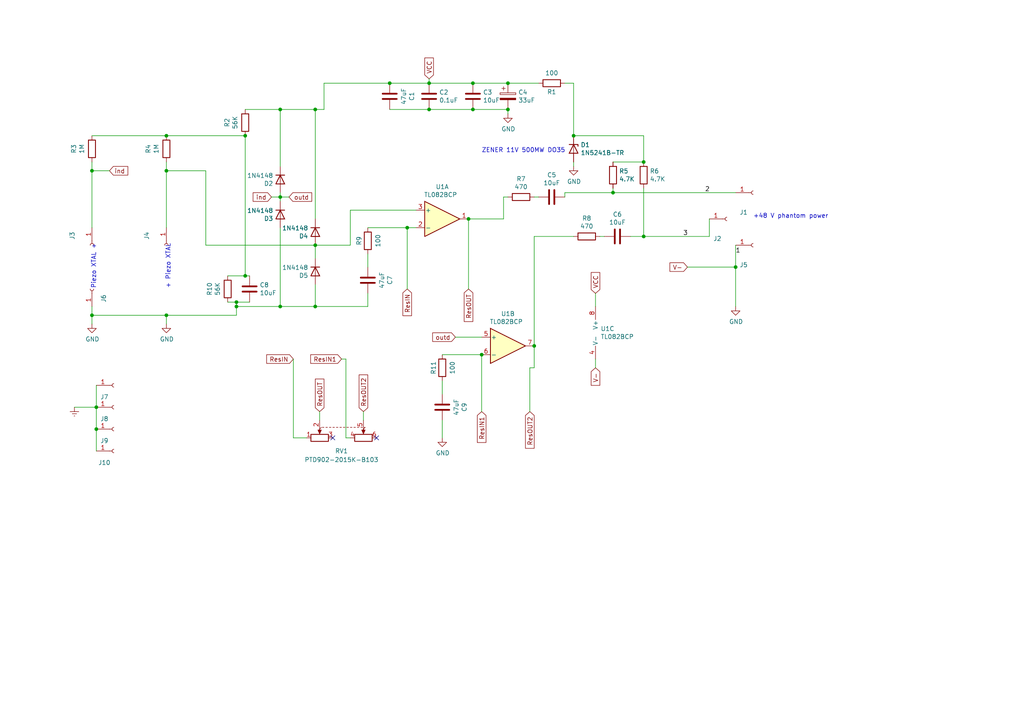
<source format=kicad_sch>
(kicad_sch (version 20230121) (generator eeschema)
  (paper "A4")
  (lib_symbols
    (symbol "Amplifier_Operational:TL082" (pin_names (offset 0.127))
      (property "Reference" "U" (at 0 5.08 0))
      (property "Value" "TL082" (at 0 -5.08 0))
      (symbol "TL082_1_1"
        (polyline (pts (xy -5.08 5.08) (xy 5.08 0) (xy -5.08 -5.08) (xy -5.08 5.08)) (stroke (width 0.254)) (fill (type background)))
        (pin output line (at 7.62 0 180) (length 2.54) (name "~") (number "1"))
        (pin input line (at -7.62 -2.54 0) (length 2.54) (name "-") (number "2"))
        (pin input line (at -7.62 2.54 0) (length 2.54) (name "+") (number "3"))
      )
      (symbol "TL082_2_1"
        (polyline (pts (xy -5.08 5.08) (xy 5.08 0) (xy -5.08 -5.08) (xy -5.08 5.08)) (stroke (width 0.254)) (fill (type background)))
        (pin input line (at -7.62 2.54 0) (length 2.54) (name "+") (number "5"))
        (pin input line (at -7.62 -2.54 0) (length 2.54) (name "-") (number "6"))
        (pin output line (at 7.62 0 180) (length 2.54) (name "~") (number "7"))
      )
      (symbol "TL082_3_1"
        (pin power_in line (at -2.54 -7.62 90) (length 3.81) (name "V-") (number "4"))
        (pin power_in line (at -2.54 7.62 270) (length 3.81) (name "V+") (number "8"))
      )
    )
    (symbol "Device:C" (pin_numbers hide) (pin_names (offset 0.254))
      (property "Reference" "C" (at 0.635 2.54 0))
      (property "Value" "C" (at 0.635 -2.54 0))
      (symbol "C_0_1"
        (polyline (pts (xy -2.032 -0.762) (xy 2.032 -0.762)) (stroke (width 0.508)))
        (polyline (pts (xy -2.032 0.762) (xy 2.032 0.762)) (stroke (width 0.508)))
      )
      (symbol "C_1_1"
        (pin passive line (at 0 3.81 270) (length 2.794) (name "~") (number "1"))
        (pin passive line (at 0 -3.81 90) (length 2.794) (name "~") (number "2"))
      )
    )
    (symbol "Device:D" (pin_numbers hide) (pin_names (offset 1.016) hide)
      (property "Reference" "D" (at 0 2.54 0))
      (property "Value" "D" (at 0 -2.54 0))
      (symbol "D_0_1"
        (polyline (pts (xy -1.27 1.27) (xy -1.27 -1.27)) (stroke (width 0.254)))
        (polyline (pts (xy 1.27 0) (xy -1.27 0)))
        (polyline (pts (xy 1.27 1.27) (xy 1.27 -1.27) (xy -1.27 0) (xy 1.27 1.27)) (stroke (width 0.254)))
      )
      (symbol "D_1_1"
        (pin passive line (at -3.81 0 0) (length 2.54) (name "K") (number "1"))
        (pin passive line (at 3.81 0 180) (length 2.54) (name "A") (number "2"))
      )
    )
    (symbol "Device:D_Zener" (pin_numbers hide) (pin_names (offset 1.016) hide)
      (property "Reference" "D" (at 0 2.54 0))
      (property "Value" "D_Zener" (at 0 -2.54 0))
      (symbol "D_Zener_0_1"
        (polyline (pts (xy 1.27 0) (xy -1.27 0)))
        (polyline (pts (xy -1.27 -1.27) (xy -1.27 1.27) (xy -0.762 1.27)) (stroke (width 0.254)))
        (polyline (pts (xy 1.27 -1.27) (xy 1.27 1.27) (xy -1.27 0) (xy 1.27 -1.27)) (stroke (width 0.254)))
      )
      (symbol "D_Zener_1_1"
        (pin passive line (at -3.81 0 0) (length 2.54) (name "K") (number "1"))
        (pin passive line (at 3.81 0 180) (length 2.54) (name "A") (number "2"))
      )
    )
    (symbol "Device:R" (pin_numbers hide) (pin_names (offset 0))
      (property "Reference" "R" (at 2.032 0 90))
      (property "Value" "R" (at 0 0 90))
      (symbol "R_0_1"
        (rectangle (start -1.016 -2.54) (end 1.016 2.54) (stroke (width 0.254)))
      )
      (symbol "R_1_1"
        (pin passive line (at 0 3.81 270) (length 1.27) (name "~") (number "1"))
        (pin passive line (at 0 -3.81 90) (length 1.27) (name "~") (number "2"))
      )
    )
    (symbol "Device:R_Potentiometer_Dual" (pin_names (offset 1.016) hide)
      (property "Reference" "RV" (at 0 3.81 0))
      (property "Value" "R_Potentiometer_Dual" (at 0 1.905 0))
      (symbol "R_Potentiometer_Dual_0_1"
        (rectangle (start -8.89 -1.524) (end -3.81 -3.556) (stroke (width 0.254)))
        (polyline (pts (xy -6.35 0) (xy -6.35 -1.016)))
        (polyline (pts (xy -6.35 0) (xy -6.35 -1.016)))
        (polyline (pts (xy -6.35 0) (xy -5.842 0.508)))
        (polyline (pts (xy -5.588 0.508) (xy -5.08 0.508)))
        (polyline (pts (xy -4.572 0.508) (xy -4.064 0.508)))
        (polyline (pts (xy -3.556 0.508) (xy -3.048 0.508)))
        (polyline (pts (xy -2.54 0.508) (xy -2.032 0.508)))
        (polyline (pts (xy -1.524 0.508) (xy -1.016 0.508)))
        (polyline (pts (xy -0.508 0.508) (xy 0 0.508)))
        (polyline (pts (xy 0.508 0.508) (xy 1.016 0.508)))
        (polyline (pts (xy 1.524 0.508) (xy 2.032 0.508)))
        (polyline (pts (xy 2.54 0.508) (xy 3.048 0.508)))
        (polyline (pts (xy 3.556 0.508) (xy 4.064 0.508)))
        (polyline (pts (xy 4.572 0.508) (xy 5.08 0.508)))
        (polyline (pts (xy 5.588 0.508) (xy 6.096 0.508)))
        (polyline (pts (xy 6.35 0) (xy 6.35 -1.016)))
        (polyline (pts (xy 6.35 0) (xy 6.35 -1.016)))
        (polyline (pts (xy 6.604 0.508) (xy 6.858 0.508) (xy 6.35 0)))
        (polyline (pts (xy -6.35 -1.397) (xy -6.858 -0.254) (xy -5.842 -0.254) (xy -6.35 -1.397)) (fill (type outline)))
        (polyline (pts (xy 6.35 -1.397) (xy 5.842 -0.254) (xy 6.858 -0.254) (xy 6.35 -1.397)) (fill (type outline)))
        (rectangle (start 3.81 -1.524) (end 8.89 -3.556) (stroke (width 0.254)))
      )
      (symbol "R_Potentiometer_Dual_1_1"
        (pin passive line (at -10.16 -2.54 0) (length 1.27) (name "1") (number "1"))
        (pin passive line (at -6.35 2.54 270) (length 2.54) (name "2") (number "2"))
        (pin passive line (at -2.54 -2.54 180) (length 1.27) (name "3") (number "3"))
        (pin passive line (at 2.54 -2.54 0) (length 1.27) (name "4") (number "4"))
        (pin passive line (at 6.35 2.54 270) (length 2.54) (name "5") (number "5"))
        (pin passive line (at 10.16 -2.54 180) (length 1.27) (name "6") (number "6"))
      )
    )
    (symbol "power:Earth" (power) (pin_names (offset 0))
      (symbol "Earth_0_1"
        (polyline (pts (xy -0.635 -1.905) (xy 0.635 -1.905)))
        (polyline (pts (xy -0.127 -2.54) (xy 0.127 -2.54)))
        (polyline (pts (xy 0 -1.27) (xy 0 0)))
        (polyline (pts (xy 1.27 -1.27) (xy -1.27 -1.27)))
      )
      (symbol "Earth_1_1"
        (pin power_in line (at 0 0 270) (length 0) hide (name "Earth") (number "1"))
      )
    )
    (symbol "power:GND" (power) (pin_names (offset 0))
      (property "Value" "GND" (at 0 -3.81 0))
      (symbol "GND_0_1"
        (polyline (pts (xy 0 0) (xy 0 -1.27) (xy 1.27 -1.27) (xy 0 -2.54) (xy -1.27 -1.27) (xy 0 -1.27)))
      )
      (symbol "GND_1_1"
        (pin power_in line (at 0 0 270) (length 0) hide (name "GND") (number "1"))
      )
    )
    (symbol "tht-dip-rescue:CP-Device" (pin_numbers hide) (pin_names (offset 0.254))
      (property "Reference" "C" (at 0.635 2.54 0))
      (property "Value" "Device_CP" (at 0.635 -2.54 0))
      (symbol "CP-Device_0_1"
        (rectangle (start -2.286 0.508) (end 2.286 1.016))
        (polyline (pts (xy -1.778 2.286) (xy -0.762 2.286)))
        (polyline (pts (xy -1.27 2.794) (xy -1.27 1.778)))
        (rectangle (start 2.286 -0.508) (end -2.286 -1.016) (fill (type outline)))
      )
      (symbol "CP-Device_1_1"
        (pin passive line (at 0 3.81 270) (length 2.794) (name "~") (number "1"))
        (pin passive line (at 0 -3.81 90) (length 2.794) (name "~") (number "2"))
      )
    )
    (symbol "tht-dip-rescue:Conn_01x01_Female-Connector" (pin_names (offset 1.016) hide)
      (property "Reference" "J" (at 0 2.54 0))
      (property "Value" "Connector_Conn_01x01_Female" (at 0 -2.54 0))
      (symbol "Conn_01x01_Female-Connector_1_1"
        (polyline (pts (xy -1.27 0) (xy -0.508 0)) (stroke (width 0.1524)))
        (arc (start 0 0.508) (mid -0.5058 0) (end 0 -0.508) (stroke (width 0.1524)))
        (pin passive line (at -5.08 0 0) (length 3.81) (name "Pin_1") (number "1"))
      )
    )
  )
  (junction (at 124.46 24.13))
  (junction (at 154.94 100.33))
  (junction (at 139.7 102.87))
  (junction (at 91.44 88.9))
  (junction (at 68.58 87.63))
  (junction (at 81.28 88.9))
  (junction (at 137.16 31.75))
  (junction (at 135.89 63.5))
  (junction (at 113.03 24.13))
  (junction (at 68.58 88.9))
  (junction (at 91.44 31.75))
  (junction (at 147.32 24.13))
  (junction (at 48.26 91.44))
  (junction (at 166.37 39.37))
  (junction (at 137.16 24.13))
  (junction (at 71.12 39.37))
  (junction (at 118.11 66.04))
  (junction (at 186.69 46.99))
  (junction (at 91.44 71.12))
  (junction (at 26.67 91.44))
  (junction (at 27.94 118.11))
  (junction (at 177.8 55.88))
  (junction (at 71.12 80.01))
  (junction (at 147.32 31.75))
  (junction (at 26.67 49.53))
  (junction (at 48.26 39.37))
  (junction (at 48.26 49.53))
  (junction (at 81.28 57.15))
  (junction (at 124.46 31.75))
  (junction (at 186.69 68.58))
  (junction (at 27.94 124.46))
  (junction (at 81.28 31.75))
  (junction (at 213.36 77.47))
  (no_connect (at 109.22 127))
  (no_connect (at 96.52 127))
  (wire (pts (xy 99.06 104.14) (xy 100.33 104.14)))
  (wire (pts (xy 85.09 127) (xy 88.9 127)))
  (wire (pts (xy 213.36 77.47) (xy 213.36 71.12)))
  (wire (pts (xy 26.67 93.98) (xy 26.67 91.44)))
  (wire (pts (xy 71.12 31.75) (xy 81.28 31.75)))
  (wire (pts (xy 177.8 54.61) (xy 177.8 55.88)))
  (wire (pts (xy 31.75 49.53) (xy 26.67 49.53)))
  (wire (pts (xy 106.68 66.04) (xy 118.11 66.04)))
  (wire (pts (xy 26.67 39.37) (xy 48.26 39.37)))
  (wire (pts (xy 91.44 31.75) (xy 91.44 63.5)))
  (wire (pts (xy 106.68 88.9) (xy 91.44 88.9)))
  (wire (pts (xy 166.37 24.13) (xy 163.83 24.13)))
  (wire (pts (xy 48.26 46.99) (xy 48.26 49.53)))
  (wire (pts (xy 186.69 39.37) (xy 166.37 39.37)))
  (wire (pts (xy 26.67 46.99) (xy 26.67 49.53)))
  (wire (pts (xy 118.11 66.04) (xy 120.65 66.04)))
  (wire (pts (xy 147.32 57.15) (xy 146.05 57.15)))
  (wire (pts (xy 139.7 102.87) (xy 139.7 119.38)))
  (wire (pts (xy 135.89 63.5) (xy 135.89 83.82)))
  (wire (pts (xy 146.05 63.5) (xy 146.05 57.15)))
  (wire (pts (xy 27.94 118.11) (xy 21.59 118.11)))
  (wire (pts (xy 81.28 55.88) (xy 81.28 57.15)))
  (wire (pts (xy 135.89 63.5) (xy 146.05 63.5)))
  (wire (pts (xy 27.94 124.46) (xy 27.94 130.81)))
  (wire (pts (xy 120.65 60.96) (xy 101.6 60.96)))
  (wire (pts (xy 177.8 55.88) (xy 163.83 55.88)))
  (wire (pts (xy 175.26 68.58) (xy 173.99 68.58)))
  (wire (pts (xy 137.16 24.13) (xy 147.32 24.13)))
  (wire (pts (xy 153.67 106.68) (xy 154.94 106.68)))
  (wire (pts (xy 72.39 80.01) (xy 71.12 80.01)))
  (wire (pts (xy 124.46 31.75) (xy 137.16 31.75)))
  (wire (pts (xy 166.37 68.58) (xy 154.94 68.58)))
  (wire (pts (xy 118.11 83.82) (xy 118.11 66.04)))
  (wire (pts (xy 106.68 85.09) (xy 106.68 88.9)))
  (wire (pts (xy 71.12 39.37) (xy 71.12 80.01)))
  (wire (pts (xy 26.67 91.44) (xy 48.26 91.44)))
  (wire (pts (xy 78.74 57.15) (xy 81.28 57.15)))
  (wire (pts (xy 93.98 24.13) (xy 93.98 31.75)))
  (wire (pts (xy 68.58 88.9) (xy 68.58 91.44)))
  (wire (pts (xy 72.39 87.63) (xy 68.58 87.63)))
  (wire (pts (xy 68.58 87.63) (xy 68.58 88.9)))
  (wire (pts (xy 166.37 48.26) (xy 166.37 46.99)))
  (wire (pts (xy 147.32 33.02) (xy 147.32 31.75)))
  (wire (pts (xy 153.67 119.38) (xy 153.67 106.68)))
  (wire (pts (xy 156.21 57.15) (xy 154.94 57.15)))
  (wire (pts (xy 101.6 71.12) (xy 91.44 71.12)))
  (wire (pts (xy 172.72 106.68) (xy 172.72 104.14)))
  (wire (pts (xy 26.67 91.44) (xy 26.67 88.9)))
  (wire (pts (xy 71.12 80.01) (xy 66.04 80.01)))
  (wire (pts (xy 59.69 71.12) (xy 91.44 71.12)))
  (wire (pts (xy 81.28 31.75) (xy 91.44 31.75)))
  (wire (pts (xy 59.69 49.53) (xy 59.69 71.12)))
  (wire (pts (xy 172.72 85.09) (xy 172.72 88.9)))
  (wire (pts (xy 113.03 31.75) (xy 124.46 31.75)))
  (wire (pts (xy 137.16 31.75) (xy 147.32 31.75)))
  (wire (pts (xy 205.74 68.58) (xy 205.74 63.5)))
  (wire (pts (xy 137.16 24.13) (xy 124.46 24.13)))
  (wire (pts (xy 199.39 77.47) (xy 213.36 77.47)))
  (wire (pts (xy 68.58 87.63) (xy 66.04 87.63)))
  (wire (pts (xy 27.94 118.11) (xy 27.94 124.46)))
  (wire (pts (xy 105.41 119.38) (xy 105.41 121.92)))
  (wire (pts (xy 48.26 49.53) (xy 59.69 49.53)))
  (wire (pts (xy 48.26 49.53) (xy 48.26 66.04)))
  (wire (pts (xy 100.33 127) (xy 101.6 127)))
  (wire (pts (xy 154.94 100.33) (xy 154.94 106.68)))
  (wire (pts (xy 182.88 68.58) (xy 186.69 68.58)))
  (wire (pts (xy 48.26 93.98) (xy 48.26 91.44)))
  (wire (pts (xy 92.71 119.38) (xy 92.71 121.92)))
  (wire (pts (xy 186.69 68.58) (xy 205.74 68.58)))
  (wire (pts (xy 81.28 48.26) (xy 81.28 31.75)))
  (wire (pts (xy 106.68 77.47) (xy 106.68 73.66)))
  (wire (pts (xy 91.44 82.55) (xy 91.44 88.9)))
  (wire (pts (xy 27.94 111.76) (xy 27.94 118.11)))
  (wire (pts (xy 26.67 49.53) (xy 26.67 66.04)))
  (wire (pts (xy 113.03 24.13) (xy 124.46 24.13)))
  (wire (pts (xy 93.98 24.13) (xy 113.03 24.13)))
  (wire (pts (xy 68.58 88.9) (xy 81.28 88.9)))
  (wire (pts (xy 213.36 88.9) (xy 213.36 77.47)))
  (wire (pts (xy 93.98 31.75) (xy 91.44 31.75)))
  (wire (pts (xy 91.44 88.9) (xy 81.28 88.9)))
  (wire (pts (xy 81.28 57.15) (xy 81.28 58.42)))
  (wire (pts (xy 48.26 39.37) (xy 71.12 39.37)))
  (wire (pts (xy 132.08 97.79) (xy 139.7 97.79)))
  (wire (pts (xy 81.28 66.04) (xy 81.28 88.9)))
  (wire (pts (xy 128.27 114.3) (xy 128.27 110.49)))
  (wire (pts (xy 101.6 60.96) (xy 101.6 71.12)))
  (wire (pts (xy 166.37 24.13) (xy 166.37 39.37)))
  (wire (pts (xy 100.33 104.14) (xy 100.33 127)))
  (wire (pts (xy 83.82 57.15) (xy 81.28 57.15)))
  (wire (pts (xy 124.46 24.13) (xy 124.46 22.86)))
  (wire (pts (xy 154.94 68.58) (xy 154.94 100.33)))
  (wire (pts (xy 91.44 74.93) (xy 91.44 71.12)))
  (wire (pts (xy 68.58 91.44) (xy 48.26 91.44)))
  (wire (pts (xy 177.8 46.99) (xy 186.69 46.99)))
  (wire (pts (xy 213.36 55.88) (xy 177.8 55.88)))
  (wire (pts (xy 147.32 24.13) (xy 156.21 24.13)))
  (wire (pts (xy 128.27 121.92) (xy 128.27 127)))
  (wire (pts (xy 128.27 102.87) (xy 139.7 102.87)))
  (wire (pts (xy 186.69 46.99) (xy 186.69 39.37)))
  (wire (pts (xy 186.69 54.61) (xy 186.69 68.58)))
  (wire (pts (xy 163.83 55.88) (xy 163.83 57.15)))
  (wire (pts (xy 85.09 104.14) (xy 85.09 127)))
  (text "ZENER 11V 500MW DO35" (at 139.7 44.45 0) (effects (font (size 1.27 1.27)) (justify left bottom)))
  (text "+ Piezo XTAL" (at 49.53 83.82 90) (effects (font (size 1.27 1.27)) (justify left bottom)))
  (text "Piezo XTAL +" (at 27.94 83.82 90) (effects (font (size 1.27 1.27)) (justify left bottom)))
  (text "+48 V phantom power" (at 218.44 63.5 0) (effects (font (size 1.27 1.27)) (justify left bottom)))
  (label "3" (at 198.12 68.58 0))
  (label "2" (at 204.47 55.88 0))
  (label "1" (at 213.36 73.66 0))
  (global_label "ResIN" (shape input) (at 85.09 104.14 180) (property "Intersheetrefs" "${INTERSHEET_REFS}" (effects hide)))
  (global_label "VCC" (shape input) (at 172.72 85.09 90) (property "Intersheetrefs" "${INTERSHEET_REFS}" (effects hide)))
  (global_label "ind" (shape input) (at 31.75 49.53 0) (property "Intersheetrefs" "${INTERSHEET_REFS}" (effects hide)))
  (global_label "ind" (shape input) (at 78.74 57.15 180) (property "Intersheetrefs" "${INTERSHEET_REFS}" (effects hide)))
  (global_label "ResIN1" (shape input) (at 99.06 104.14 180) (property "Intersheetrefs" "${INTERSHEET_REFS}" (effects hide)))
  (global_label "ResOUT2" (shape input) (at 153.67 119.38 270) (property "Intersheetrefs" "${INTERSHEET_REFS}" (effects hide)))
  (global_label "V-" (shape input) (at 199.39 77.47 180) (property "Intersheetrefs" "${INTERSHEET_REFS}" (effects hide)))
  (global_label "ResIN" (shape input) (at 118.11 83.82 270) (property "Intersheetrefs" "${INTERSHEET_REFS}" (effects hide)))
  (global_label "outd" (shape input) (at 132.08 97.79 180) (property "Intersheetrefs" "${INTERSHEET_REFS}" (effects hide)))
  (global_label "ResOUT2" (shape input) (at 105.41 119.38 90) (property "Intersheetrefs" "${INTERSHEET_REFS}" (effects hide)))
  (global_label "VCC" (shape input) (at 124.46 22.86 90) (property "Intersheetrefs" "${INTERSHEET_REFS}" (effects hide)))
  (global_label "V-" (shape input) (at 172.72 106.68 270) (property "Intersheetrefs" "${INTERSHEET_REFS}" (effects hide)))
  (global_label "ResOUT" (shape input) (at 92.71 119.38 90) (property "Intersheetrefs" "${INTERSHEET_REFS}" (effects hide)))
  (global_label "outd" (shape input) (at 83.82 57.15 0) (property "Intersheetrefs" "${INTERSHEET_REFS}" (effects hide)))
  (global_label "ResIN1" (shape input) (at 139.7 119.38 270) (property "Intersheetrefs" "${INTERSHEET_REFS}" (effects hide)))
  (global_label "ResOUT" (shape input) (at 135.89 83.82 270) (property "Intersheetrefs" "${INTERSHEET_REFS}" (effects hide)))
  (symbol (lib_id "Device:C") (at 160.02 57.15 270) (unit 1)
    (property "Reference" "C5" (at 160.02 50.7492 90))
    (property "Value" "10uF" (at 160.02 53.0606 90))
    (property "Footprint" "Capacitor_THT:C_Disc_D5.0mm_W2.5mm_P2.50mm" (effects hide))
  )
  (symbol (lib_id "Device:R") (at 151.13 57.15 270) (unit 1)
    (property "Reference" "R7" (at 151.13 51.8922 90))
    (property "Value" "470" (at 151.13 54.2036 90))
    (property "Footprint" "Resistor_THT:R_Axial_DIN0204_L3.6mm_D1.6mm_P5.08mm_Horizontal" (effects hide))
  )
  (symbol (lib_id "Device:R") (at 170.18 68.58 270) (unit 1)
    (property "Reference" "R8" (at 170.18 63.3222 90))
    (property "Value" "470" (at 170.18 65.6336 90))
    (property "Footprint" "Resistor_THT:R_Axial_DIN0204_L3.6mm_D1.6mm_P5.08mm_Horizontal" (effects hide))
  )
  (symbol (lib_id "Device:C") (at 179.07 68.58 270) (unit 1)
    (property "Reference" "C6" (at 179.07 62.1792 90))
    (property "Value" "10uF" (at 179.07 64.4906 90))
    (property "Footprint" "Capacitor_THT:C_Disc_D5.0mm_W2.5mm_P2.50mm" (effects hide))
  )
  (symbol (lib_id "power:GND") (at 213.36 88.9 0) (unit 1)
    (property "Reference" "#PWR03" (effects hide))
    (property "Value" "GND" (at 213.487 93.2942 0))
  )
  (symbol (lib_id "Device:R") (at 177.8 50.8 0) (unit 1)
    (property "Reference" "R5" (at 179.578 49.6316 0) (effects (justify left)))
    (property "Value" "4.7K" (at 179.578 51.943 0) (effects (justify left)))
    (property "Footprint" "Resistor_THT:R_Axial_DIN0204_L3.6mm_D1.6mm_P5.08mm_Horizontal" (effects hide))
  )
  (symbol (lib_id "Device:R") (at 186.69 50.8 0) (unit 1)
    (property "Reference" "R6" (at 188.468 49.6316 0) (effects (justify left)))
    (property "Value" "4.7K" (at 188.468 51.943 0) (effects (justify left)))
    (property "Footprint" "Resistor_THT:R_Axial_DIN0204_L3.6mm_D1.6mm_P5.08mm_Horizontal" (effects hide))
  )
  (symbol (lib_id "Device:D_Zener") (at 166.37 43.18 270) (unit 1)
    (property "Reference" "D1" (at 168.402 42.0116 90) (effects (justify left)))
    (property "Value" "1N5241B-TR" (at 168.402 44.323 90) (effects (justify left)))
    (property "Footprint" "Diode_THT:D_DO-35_SOD27_P7.62mm_Horizontal" (effects hide))
  )
  (symbol (lib_id "power:GND") (at 166.37 48.26 0) (unit 1)
    (property "Reference" "#PWR02" (effects hide))
    (property "Value" "GND" (at 166.497 52.6542 0))
  )
  (symbol (lib_id "Device:R") (at 160.02 24.13 270) (unit 1)
    (property "Reference" "R1" (at 160.02 26.67 90))
    (property "Value" "100" (at 160.02 21.1836 90))
    (property "Footprint" "Resistor_THT:R_Axial_DIN0204_L3.6mm_D1.6mm_P5.08mm_Horizontal" (effects hide))
  )
  (symbol (lib_id "power:GND") (at 147.32 33.02 0) (unit 1)
    (property "Reference" "#PWR01" (effects hide))
    (property "Value" "GND" (at 147.447 37.4142 0))
  )
  (symbol (lib_id "Device:C") (at 124.46 27.94 0) (unit 1)
    (property "Reference" "C2" (at 127.381 26.7716 0) (effects (justify left)))
    (property "Value" "0.1uF" (at 127.381 29.083 0) (effects (justify left)))
    (property "Footprint" "Capacitor_THT:C_Disc_D5.0mm_W2.5mm_P5.00mm" (effects hide))
  )
  (symbol (lib_id "Device:C") (at 137.16 27.94 0) (unit 1)
    (property "Reference" "C3" (at 140.081 26.7716 0) (effects (justify left)))
    (property "Value" "10uF" (at 140.081 29.083 0) (effects (justify left)))
    (property "Footprint" "Capacitor_THT:C_Disc_D5.0mm_W2.5mm_P2.50mm" (effects hide))
  )
  (symbol (lib_id "tht-dip-rescue:Conn_01x01_Female-Connector") (at 33.02 111.76 0) (unit 1)
    (property "Reference" "J7" (at 30.2768 115.1382 0))
    (property "Value" "Conn_01x01_Female" (effects hide))
    (property "Footprint" "MountingHole:MountingHole_2.2mm_M2_ISO7380_Pad" (effects hide))
  )
  (symbol (lib_id "tht-dip-rescue:Conn_01x01_Female-Connector") (at 33.02 118.11 0) (unit 1)
    (property "Reference" "J8" (at 30.2768 121.4882 0))
    (property "Value" "Conn_01x01_Female" (effects hide))
    (property "Footprint" "MountingHole:MountingHole_2.2mm_M2_ISO7380_Pad" (effects hide))
  )
  (symbol (lib_id "tht-dip-rescue:Conn_01x01_Female-Connector") (at 33.02 124.46 0) (unit 1)
    (property "Reference" "J9" (at 30.2768 127.8382 0))
    (property "Value" "Conn_01x01_Female" (effects hide))
    (property "Footprint" "MountingHole:MountingHole_2.2mm_M2_ISO7380_Pad" (effects hide))
  )
  (symbol (lib_id "Device:R") (at 48.26 43.18 0) (unit 1)
    (property "Reference" "R4" (at 43.0022 43.18 90))
    (property "Value" "1M" (at 45.3136 43.18 90))
    (property "Footprint" "Resistor_THT:R_Axial_DIN0204_L3.6mm_D1.6mm_P5.08mm_Horizontal" (effects hide))
  )
  (symbol (lib_id "tht-dip-rescue:Conn_01x01_Female-Connector") (at 33.02 130.81 0) (unit 1)
    (property "Reference" "J10" (at 30.2768 134.1882 0))
    (property "Value" "Conn_01x01_Female" (effects hide))
    (property "Footprint" "MountingHole:MountingHole_2.2mm_M2_ISO7380_Pad" (effects hide))
  )
  (symbol (lib_id "Device:D") (at 91.44 78.74 270) (unit 1)
    (property "Reference" "D5" (at 89.408 79.9084 90) (effects (justify right)))
    (property "Value" "1N4148" (at 89.408 77.597 90) (effects (justify right)))
    (property "Footprint" "Diode_THT:D_DO-35_SOD27_P7.62mm_Horizontal" (effects hide))
  )
  (symbol (lib_id "power:GND") (at 26.67 93.98 0) (unit 1)
    (property "Reference" "#PWR04" (effects hide))
    (property "Value" "GND" (at 26.797 98.3742 0))
  )
  (symbol (lib_id "tht-dip-rescue:Conn_01x01_Female-Connector") (at 26.67 83.82 90) (unit 1)
    (property "Reference" "J6" (at 30.0482 86.5632 0))
    (property "Value" "Conn_01x01_Female" (effects hide))
    (property "Footprint" "MountingHole:MountingHole_2.2mm_M2_ISO7380_Pad" (effects hide))
  )
  (symbol (lib_id "tht-dip-rescue:Conn_01x01_Female-Connector") (at 26.67 71.12 270) (unit 1)
    (property "Reference" "J3" (at 20.955 68.3768 0))
    (property "Value" "Conn_01x01_Female" (effects hide))
    (property "Footprint" "MountingHole:MountingHole_2.2mm_M2_ISO7380_Pad" (effects hide))
  )
  (symbol (lib_id "Device:R") (at 26.67 43.18 0) (unit 1)
    (property "Reference" "R3" (at 21.4122 43.18 90))
    (property "Value" "1M" (at 23.7236 43.18 90))
    (property "Footprint" "Resistor_THT:R_Axial_DIN0204_L3.6mm_D1.6mm_P5.08mm_Horizontal" (effects hide))
  )
  (symbol (lib_id "Device:R") (at 71.12 35.56 0) (unit 1)
    (property "Reference" "R2" (at 65.8622 35.56 90))
    (property "Value" "56K" (at 68.1736 35.56 90))
    (property "Footprint" "Resistor_THT:R_Axial_DIN0204_L3.6mm_D1.6mm_P5.08mm_Horizontal" (effects hide))
  )
  (symbol (lib_id "Device:R") (at 66.04 83.82 0) (unit 1)
    (property "Reference" "R10" (at 60.7822 83.82 90))
    (property "Value" "56K" (at 63.0936 83.82 90))
    (property "Footprint" "Resistor_THT:R_Axial_DIN0204_L3.6mm_D1.6mm_P5.08mm_Horizontal" (effects hide))
  )
  (symbol (lib_id "Device:C") (at 72.39 83.82 0) (unit 1)
    (property "Reference" "C8" (at 75.311 82.6516 0) (effects (justify left)))
    (property "Value" "10uF" (at 75.311 84.963 0) (effects (justify left)))
    (property "Footprint" "Capacitor_THT:C_Disc_D5.0mm_W2.5mm_P2.50mm" (effects hide))
  )
  (symbol (lib_id "Device:D") (at 91.44 67.31 270) (unit 1)
    (property "Reference" "D4" (at 89.408 68.4784 90) (effects (justify right)))
    (property "Value" "1N4148" (at 89.408 66.167 90) (effects (justify right)))
    (property "Footprint" "Diode_THT:D_DO-35_SOD27_P7.62mm_Horizontal" (effects hide))
  )
  (symbol (lib_id "power:Earth") (at 21.59 118.11 0) (unit 1)
    (property "Reference" "#PWR06" (effects hide))
    (property "Value" "Earth" (effects hide))
  )
  (symbol (lib_id "Device:R") (at 106.68 69.85 180) (unit 1)
    (property "Reference" "R9" (at 104.14 69.85 90))
    (property "Value" "100" (at 109.6264 69.85 90))
    (property "Footprint" "Resistor_THT:R_Axial_DIN0204_L3.6mm_D1.6mm_P5.08mm_Horizontal" (effects hide))
  )
  (symbol (lib_id "Device:C") (at 106.68 81.28 180) (unit 1)
    (property "Reference" "C7" (at 113.0808 81.28 90))
    (property "Value" "47uF" (at 110.7694 81.28 90))
    (property "Footprint" "Capacitor_THT:CP_Radial_D5.0mm_P2.00mm" (effects hide))
  )
  (symbol (lib_id "Device:D") (at 81.28 52.07 270) (unit 1)
    (property "Reference" "D2" (at 79.248 53.2384 90) (effects (justify right)))
    (property "Value" "1N4148" (at 79.248 50.927 90) (effects (justify right)))
    (property "Footprint" "Diode_THT:D_DO-35_SOD27_P7.62mm_Horizontal" (effects hide))
  )
  (symbol (lib_id "Device:D") (at 81.28 62.23 270) (unit 1)
    (property "Reference" "D3" (at 79.248 63.3984 90) (effects (justify right)))
    (property "Value" "1N4148" (at 79.248 61.087 90) (effects (justify right)))
    (property "Footprint" "Diode_THT:D_DO-35_SOD27_P7.62mm_Horizontal" (effects hide))
  )
  (symbol (lib_id "tht-dip-rescue:Conn_01x01_Female-Connector") (at 48.26 71.12 270) (unit 1)
    (property "Reference" "J4" (at 42.545 68.3768 0))
    (property "Value" "Conn_01x01_Female" (effects hide))
    (property "Footprint" "MountingHole:MountingHole_2.2mm_M2_ISO7380_Pad" (effects hide))
  )
  (symbol (lib_id "power:GND") (at 48.26 93.98 0) (unit 1)
    (property "Reference" "#PWR05" (effects hide))
    (property "Value" "GND" (at 48.387 98.3742 0))
  )
  (symbol (lib_id "Device:R") (at 128.27 106.68 180) (unit 1)
    (property "Reference" "R11" (at 125.73 106.68 90))
    (property "Value" "100" (at 131.2164 106.68 90))
    (property "Footprint" "Resistor_THT:R_Axial_DIN0204_L3.6mm_D1.6mm_P5.08mm_Horizontal" (effects hide))
  )
  (symbol (lib_id "Device:C") (at 128.27 118.11 180) (unit 1)
    (property "Reference" "C9" (at 134.6708 118.11 90))
    (property "Value" "47uF" (at 132.3594 118.11 90))
    (property "Footprint" "Capacitor_THT:CP_Radial_D5.0mm_P2.00mm" (effects hide))
  )
  (symbol (lib_id "power:GND") (at 128.27 127 0) (unit 1)
    (property "Reference" "#PWR07" (effects hide))
    (property "Value" "GND" (at 128.397 131.3942 0))
  )
  (symbol (lib_id "tht-dip-rescue:CP-Device") (at 147.32 27.94 0) (unit 1)
    (property "Reference" "C4" (at 150.3172 26.7716 0) (effects (justify left)))
    (property "Value" "33uF" (at 150.3172 29.083 0) (effects (justify left)))
    (property "Footprint" "Capacitor_THT:CP_Radial_D6.3mm_P2.50mm" (effects hide))
  )
  (symbol (lib_id "Device:C") (at 113.03 27.94 180) (unit 1)
    (property "Reference" "C1" (at 119.4308 27.94 90))
    (property "Value" "47uF" (at 117.1194 27.94 90))
    (property "Footprint" "Capacitor_THT:CP_Radial_D5.0mm_P2.00mm" (effects hide))
  )
  (symbol (lib_id "tht-dip-rescue:Conn_01x01_Female-Connector") (at 218.44 55.88 0) (unit 1)
    (property "Reference" "J1" (at 215.6968 61.595 0))
    (property "Value" "Conn_01x01_Female" (effects hide))
    (property "Footprint" "MountingHole:MountingHole_2.2mm_M2_ISO7380_Pad" (effects hide))
  )
  (symbol (lib_id "tht-dip-rescue:Conn_01x01_Female-Connector") (at 210.82 63.5 0) (unit 1)
    (property "Reference" "J2" (at 208.0768 69.215 0))
    (property "Value" "Conn_01x01_Female" (effects hide))
    (property "Footprint" "MountingHole:MountingHole_2.2mm_M2_ISO7380_Pad" (effects hide))
  )
  (symbol (lib_id "tht-dip-rescue:Conn_01x01_Female-Connector") (at 218.44 71.12 0) (unit 1)
    (property "Reference" "J5" (at 215.6968 76.835 0))
    (property "Value" "Conn_01x01_Female" (effects hide))
    (property "Footprint" "MountingHole:MountingHole_2.2mm_M2_ISO7380_Pad" (effects hide))
  )
  (symbol (lib_id "Amplifier_Operational:TL082") (at 128.27 63.5 0) (unit 1)
    (property "Reference" "U1" (at 128.27 54.1782 0))
    (property "Value" "TL082BCP " (at 128.27 56.4896 0))
    (property "Footprint" "Package_DIP:DIP-8_W7.62mm" (effects hide))
    (property "Datasheet" "http://www.ti.com/lit/ds/symlink/tl081.pdf" (effects hide))
  )
  (symbol (lib_id "Amplifier_Operational:TL082") (at 147.32 100.33 0) (unit 2)
    (property "Reference" "U1" (at 147.32 91.0082 0))
    (property "Value" "TL082BCP " (at 147.32 93.3196 0))
    (property "Footprint" "Package_DIP:DIP-8_W7.62mm" (effects hide))
    (property "Datasheet" "http://www.ti.com/lit/ds/symlink/tl081.pdf" (effects hide))
  )
  (symbol (lib_id "Amplifier_Operational:TL082") (at 175.26 96.52 0) (unit 3)
    (property "Reference" "U1" (at 174.1932 95.3516 0) (effects (justify left)))
    (property "Value" "TL082BCP " (at 174.1932 97.663 0) (effects (justify left)))
    (property "Footprint" "Package_DIP:DIP-8_W7.62mm" (effects hide))
    (property "Datasheet" "http://www.ti.com/lit/ds/symlink/tl081.pdf" (effects hide))
  )
  (symbol (lib_id "Device:R_Potentiometer_Dual") (at 99.06 124.46 0) (unit 1)
    (property "Reference" "RV1" (at 99.06 130.81 0))
    (property "Value" "PTD902-2015K-B103" (at 99.06 133.35 0))
    (property "Footprint" "potmeter:PTD902-2015K-B103" (effects hide))
  )
)
</source>
